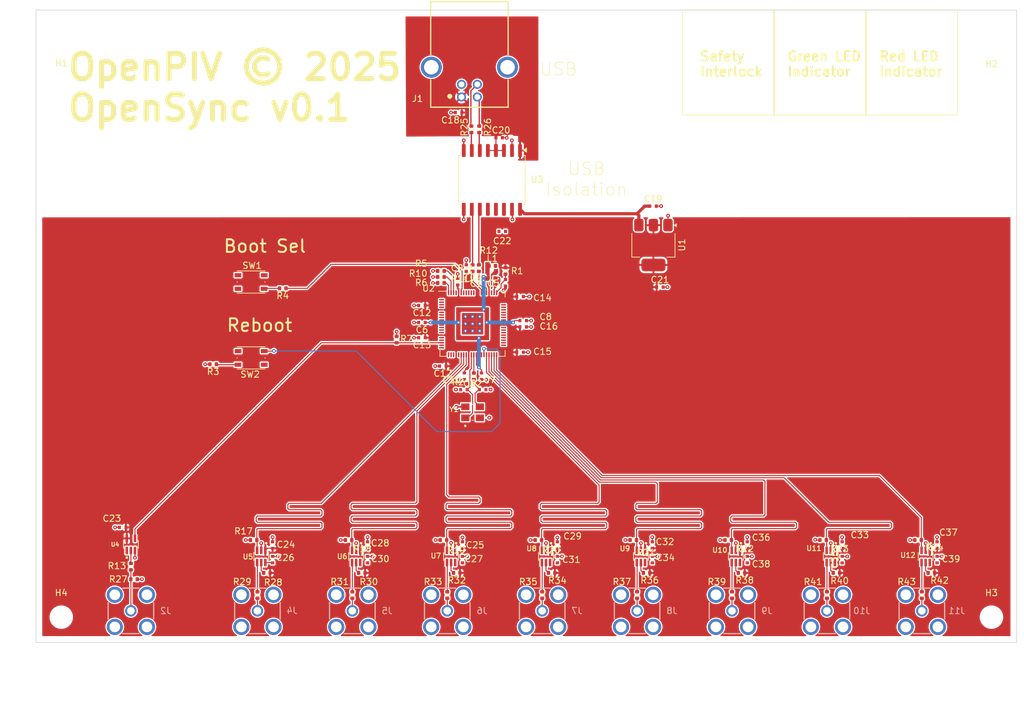
<source format=kicad_pcb>
(kicad_pcb (version 20241229) (generator "pcbnew") (generator_version "9.0")
  (title_block (title "OpenSync PCB") (date "2025-11-11") (rev "0.1") (company "OpenPIV Consortium"))
  (layers (0 "F.Cu" signal) (4 "In1.Cu" power) (6 "In2.Cu" power) (2 "B.Cu" signal) (13 "F.Paste" user) (15 "B.Paste" user) (5 "F.SilkS" user "F.Silkscreen") (7 "B.SilkS" user "B.Silkscreen") (1 "F.Mask" user) (3 "B.Mask" user) (25 "Edge.Cuts" user))
  (net 0 "")
  (net 1 "+3V3")
  (net 2 "GND")
  (net 3 "Net-(C2-Pad1)")
  (net 4 "/Microcontroller and Ext. Clock/XIN")
  (net 5 "Net-(C3-Pad2)")
  (net 6 "+1V1")
  (net 7 "Net-(U2-VREG_AVDD)")
  (net 8 "GND_BUS")
  (net 9 "VBUS")
  (net 10 "+5V")
  (net 11 "Net-(U3-PDEN)")
  (net 12 "Net-(U3-PIN)")
  (net 13 "Net-(J1-D-)")
  (net 14 "Net-(J1-D+)")
  (net 15 "Net-(J2-Pad1)")
  (net 16 "Net-(J5-Pad1)")
  (net 17 "Net-(J6-Pad1)")
  (net 18 "Net-(J7-Pad1)")
  (net 19 "Net-(J8-Pad1)")
  (net 20 "Net-(J9-Pad1)")
  (net 21 "Net-(J10-Pad1)")
  (net 22 "Net-(J4-Pad1)")
  (net 23 "Net-(U5-DIR)")
  (net 24 "Net-(U5-B)")
  (net 25 "Net-(U7-DIR)")
  (net 26 "Net-(U7-B)")
  (net 27 "Net-(U6-DIR)")
  (net 28 "Net-(U2-VREG_LX)")
  (net 29 "/Microcontroller and Ext. Clock/XOUT")
  (net 30 "Net-(R3-Pad1)")
  (net 31 "Net-(R4-Pad2)")
  (net 32 "/Microcontroller and Ext. Clock/QSPL_SS")
  (net 33 "/Microcontroller and Ext. Clock/CLOCK_1")
  (net 34 "/Microcontroller and Ext. Clock/CLOCK_3")
  (net 35 "/Microcontroller and Ext. Clock/TRIGGER_1")
  (net 37 "/Microcontroller and Ext. Clock/CLOCK_2")
  (net 38 "Net-(U2-USB_DP)")
  (net 39 "Net-(U2-USB_DM)")
  (net 40 "/Microcontroller and Ext. Clock/OUTPUT_1")
  (net 41 "/Microcontroller and Ext. Clock/OUTPUT_2")
  (net 42 "/Microcontroller and Ext. Clock/OUTPUT_3")
  (net 43 "/Microcontroller and Ext. Clock/OUTPUT_4")
  (net 44 "/Microcontroller and Ext. Clock/OUTPUT_5")
  (net 45 "/Microcontroller and Ext. Clock/OUTPUT_6")
  (net 46 "/Microcontroller and Ext. Clock/OUTPUT_7")
  (net 47 "/Microcontroller and Ext. Clock/OUTPUT_8")
  (net 48 "Net-(U6-B)")
  (net 52 "Net-(U3-UD+)")
  (net 53 "Net-(U3-UD-)")
  (net 54 "Net-(U4-A)")
  (net 55 "/Microcontroller and Ext. Clock/RUN")
  (net 90 "/Power and Data/USB_D+")
  (net 91 "/Power and Data/USB_D-")
  (net 92 "Net-(U10-B)")
  (net 93 "Net-(U8-B)")
  (net 94 "Net-(U9-B)")
  (net 95 "Net-(U10-DIR)")
  (net 96 "Net-(U8-DIR)")
  (net 97 "Net-(U9-DIR)")
  (net 98 "Net-(U11-DIR)")
  (net 101 "Net-(U11-B)")
  (net 102 "Net-(J11-Pad1)")
  (net 103 "Net-(U12-DIR)")
  (net 104 "Net-(U12-B)")
  (net 105 "/VREG_LX")
  (footprint "Resistor_SMD:R_0402_1005Metric" (layer "F.Cu") (at 203.5 134 180)
    (property "Reference" "R42")
    (property "Value" "47k")
  )
  (footprint "Resistor_SMD:R_0402_1005Metric" (layer "F.Cu") (at 128.5 134 180)
    (property "Reference" "R32")
    (property "Value" "47k")
  )
  (footprint "RP2350_80QFN_minimal:C_0402_1005Metric_small_pads" (layer "F.Cu") (at 159.4 129.6 90)
    (property "Reference" "C32")
    (property "Value" "100n")
  )
  (footprint "Resistor_SMD:R_0402_1005Metric" (layer "F.Cu") (at 96.4 128.8 180)
    (property "Reference" "R17")
    (property "Value" "10k")
  )
  (footprint "RP2350_80QFN_minimal:C_0402_1005Metric_small_pads" (layer "F.Cu") (at 75.7 126.8 180)
    (property "Reference" "C23")
    (property "Value" "100n")
  )
  (footprint "RP2350_80QFN_minimal:C_0402_1005Metric_small_pads" (layer "F.Cu") (at 135.685 80)
    (property "Reference" "C22")
    (property "Value" "100n")
  )
  (footprint "Resistor_SMD:R_0402_1005Metric" (layer "F.Cu") (at 113.5 134 180)
    (property "Reference" "R30")
    (property "Value" "47k")
  )
  (footprint "Resistor_SMD:R_0402_1005Metric" (layer "F.Cu") (at 187 137.5 -90)
    (property "Reference" "R41")
    (property "Value" "49.9")
  )
  (footprint "Resistor_SMD:R_0402_1005Metric" (layer "F.Cu") (at 201.4 128.8 180)
    (property "Reference" "R24")
    (property "Value" "10k")
  )
  (footprint "RP2350_80QFN_minimal:C_0402_1005Metric_small_pads" (layer "F.Cu") (at 136.2 88.115 -90)
    (property "Reference" "C5")
    (property "Value" "4.7u")
  )
  (footprint "Resistor_SMD:R_0402_1005Metric" (layer "F.Cu") (at 186.4 128.8 180)
    (property "Reference" "R23")
    (property "Value" "10k")
  )
  (footprint "Resistor_SMD:R_0402_1005Metric" (layer "F.Cu") (at 111.4 128.8 180)
    (property "Reference" "R18")
    (property "Value" "10k")
  )
  (footprint "RP2350_80QFN_minimal:C_0402_1005Metric_small_pads" (layer "F.Cu") (at 134 87.35)
    (property "Reference" "C4")
    (property "Value" "4.7u")
  )
  (footprint "Resistor_SMD:R_0402_1005Metric" (layer "F.Cu") (at 132.055 63.85 -90)
    (property "Reference" "R26")
    (property "Value" "27")
  )
  (footprint "RP2350_80QFN_minimal:C_0402_1005Metric_small_pads" (layer "F.Cu") (at 132.595 105.02 180)
    (property "Reference" "C3")
    (property "Value" "C")
  )
  (footprint "SN74LVC1T45DCKR:SOT65P210X110-6N" (layer "F.Cu") (at 112.6 131.4 -90)
    (property "Reference" "U6")
    (property "Value" "SN74LVC1T45DCKR")
  )
  (footprint "RP2350_80QFN_minimal:C_0402_1005Metric_small_pads" (layer "F.Cu") (at 128.785 61.2 180)
    (property "Reference" "C18")
    (property "Value" "10u")
  )
  (footprint "Resistor_SMD:R_0402_1005Metric" (layer "F.Cu") (at 158.5 134 180)
    (property "Reference" "R36")
    (property "Value" "47k")
  )
  (footprint "RP2350_80QFN_minimal:C_0402_1005Metric_small_pads" (layer "F.Cu") (at 129.7 102.9 -90)
    (property "Reference" "C10")
    (property "Value" "100n")
  )
  (footprint "RP2350_80QFN_minimal:C_0402_1005Metric_small_pads" (layer "F.Cu") (at 129.625 105.02)
    (property "Reference" "C2")
    (property "Value" "C")
  )
  (footprint "RP2350_80QFN_minimal:C_0402_1005Metric_small_pads" (layer "F.Cu") (at 144.4 129.6 90)
    (property "Reference" "C29")
    (property "Value" "100n")
  )
  (footprint "Resistor_SMD:R_0402_1005Metric" (layer "F.Cu") (at 134.11 85.45)
    (property "Reference" "L1")
    (property "Value" "3.3u")
  )
  (footprint "Resistor_SMD:R_0402_1005Metric" (layer "F.Cu") (at 98.5 134 180)
    (property "Reference" "R28")
    (property "Value" "47k")
  )
  (footprint "SN74LVC1T45DCKR:SOT65P210X110-6N" (layer "F.Cu") (at 172.6 131.4 -90)
    (property "Reference" "U10")
    (property "Value" "SN74LVC1T45DCKR")
  )
  (footprint "MountingHole:MountingHole_3.2mm_M3_ISO7380" (layer "F.Cu") (at 66 141)
    (property "Reference" "H4")
    (property "Value" "MountingHole")
  )
  (footprint "SN74LVC1T45DCKR:SOT65P210X110-6N" (layer "F.Cu") (at 142.6 131.4 -90)
    (property "Reference" "U8")
    (property "Value" "SN74LVC1T45DCKR")
  )
  (footprint "Resistor_SMD:R_0402_1005Metric" (layer "F.Cu") (at 126 87.2)
    (property "Reference" "R10")
    (property "Value" "10k")
  )
  (footprint "RP2350_80QFN_minimal:C_0402_1005Metric_small_pads" (layer "F.Cu") (at 159.515 76)
    (property "Reference" "C19")
    (property "Value" "10u")
  )
  (footprint "Resistor_SMD:R_0402_1005Metric" (layer "F.Cu") (at 126 88.15)
    (property "Reference" "R6")
    (property "Value" "10k")
  )
  (footprint "Resistor_SMD:R_0402_1005Metric" (layer "F.Cu") (at 132 85.8 -90)
    (property "Reference" "R12")
    (property "Value" "27")
  )
  (footprint "Resistor_SMD:R_0402_1005Metric" (layer "F.Cu") (at 143.5 134 180)
    (property "Reference" "R34")
    (property "Value" "47k")
  )
  (footprint "RP2350_80QFN_minimal:C_0402_1005Metric_small_pads" (layer "F.Cu") (at 123 94.4 180)
    (property "Reference" "C6")
    (property "Value" "100n")
  )
  (footprint "Button_Switch_SMD:SW_Push_1P1T_NO_Vertical_Wuerth_434133025816" (layer "F.Cu") (at 96 100 180)
    (property "Reference" "SW2")
    (property "Value" "SW_Push")
  )
  (footprint "RP2350_80QFN_minimal:C_0402_1005Metric_small_pads" (layer "F.Cu") (at 134 88.3)
    (property "Reference" "C1")
    (property "Value" "4.7u")
  )
  (footprint "Resistor_SMD:R_0402_1005Metric" (layer "F.Cu") (at 126.4 128.8 180)
    (property "Reference" "R19")
    (property "Value" "10k")
  )
  (footprint "Resistor_SMD:R_0402_1005Metric" (layer "F.Cu") (at 173.5 134 180)
    (property "Reference" "R38")
    (property "Value" "47k")
  )
  (footprint "Resistor_SMD:R_0402_1005Metric" (layer "F.Cu") (at 142 137.5 -90)
    (property "Reference" "R35")
    (property "Value" "49.9")
  )
  (footprint "Resistor_SMD:R_0402_1005Metric" (layer "F.Cu") (at 90 101 180)
    (property "Reference" "R3")
    (property "Value" "1k")
  )
  (footprint "RP2350_80QFN_minimal:C_0402_1005Metric_small_pads" (layer "F.Cu") (at 139 95.1)
    (property "Reference" "C16")
    (property "Value" "100n")
  )
  (footprint "RP2350_80QFN_minimal:C_0402_1005Metric_small_pads" (layer "F.Cu") (at 189.4 129.6 90)
    (property "Reference" "C33")
    (property "Value" "100n")
  )
  (footprint "Resistor_SMD:R_0402_1005Metric" (layer "F.Cu") (at 157 137.5 -90)
    (property "Reference" "R37")
    (property "Value" "49.9")
  )
  (footprint "Resistor_SMD:R_0402_1005Metric" (layer "F.Cu") (at 131 85.8 -90)
    (property "Reference" "R11")
    (property "Value" "27")
  )
  (footprint "Resistor_SMD:R_0402_1005Metric" (layer "F.Cu") (at 97 137.5 -90)
    (property "Reference" "R29")
    (property "Value" "49.9")
  )
  (footprint "Resistor_SMD:R_0402_1005Metric" (layer "F.Cu") (at 112 137.5 -90)
    (property "Reference" "R31")
    (property "Value" "49.9")
  )
  (footprint "Resistor_SMD:R_0402_1005Metric" (layer "F.Cu") (at 127 137.5 -90)
    (property "Reference" "R33")
    (property "Value" "49.9")
  )
  (footprint "RP2350_80QFN_minimal:C_0402_1005Metric_small_pads" (layer "F.Cu") (at 204.4 131.9 90)
    (property "Reference" "C39")
    (property "Value" "100n")
  )
  (footprint "Resistor_SMD:R_0402_1005Metric" (layer "F.Cu") (at 101 89 180)
    (property "Reference" "R4")
    (property "Value" "1k")
  )
  (footprint "Resistor_SMD:R_0402_1005Metric" (layer "F.Cu") (at 188.5 134 180)
    (property "Reference" "R40")
    (property "Value" "47k")
  )
  (footprint "Resistor_SMD:R_0402_1005Metric" (layer "F.Cu") (at 77.5 135)
    (property "Reference" "R27")
    (property "Value" "47k")
  )
  (footprint "Resistor_SMD:R_0402_1005Metric" (layer "F.Cu") (at 156.4 128.8 180)
    (property "Reference" "R21")
    (property "Value" "10k")
  )
  (footprint "SN74LVC1T45DCKR:SOT65P210X110-6N" (layer "F.Cu") (at 97.6 131.4 -90)
    (property "Reference" "U5")
    (property "Value" "SN74LVC1T45DCKR")
  )
  (footprint "RP2350_80QFN_minimal:C_0402_1005Metric_small_pads" (layer "F.Cu") (at 129.4 129.6 90)
    (property "Reference" "C25")
    (property "Value" "100n")
  )
  (footprint "SN74LVC1T45DCKR:SOT65P210X110-6N" (layer "F.Cu") (at 127.6 131.4 -90)
    (property "Reference" "U7")
    (property "Value" "SN74LVC1T45DCKR")
  )
  (footprint "61400416121:61400416121" (layer "F.Cu") (at 130.5 52 180)
    (property "Reference" "J1")
    (property "Value" "61400416121")
  )
  (footprint "RP2350_80QFN_minimal:C_0402_1005Metric_small_pads" (layer "F.Cu") (at 123 91.7 180)
    (property "Reference" "C12")
    (property "Value" "100n")
  )
  (footprint "Resistor_SMD:R_0402_1005Metric" (layer "F.Cu") (at 141.4 128.8 180)
    (property "Reference" "R20")
    (property "Value" "10k")
  )
  (footprint "SN74LVC1T45DCKR:SOT65P210X110-6N" (layer "F.Cu") (at 157.6 131.4 -90)
    (property "Reference" "U9")
    (property "Value" "SN74LVC1T45DCKR")
  )
  (footprint "RP2350_80QFN_minimal:C_0402_1005Metric_small_pads" (layer "F.Cu") (at 123 96.8 180)
    (property "Reference" "C13")
    (property "Value" "100n")
  )
  (footprint "SN74LVC1G17DCKR:SOT65P210X110-5N" (layer "F.Cu") (at 77 129.5 90)
    (property "Reference" "U4")
    (property "Value" "SN74LVC1G17DCKR")
  )
  (footprint "RP2350_80QFN_minimal:C_0402_1005Metric_small_pads" (layer "F.Cu") (at 99.4 131.9 90)
    (property "Reference" "C26")
    (property "Value" "100n")
  )
  (footprint "Resistor_SMD:R_0402_1005Metric" (layer "F.Cu") (at 126 86.25)
    (property "Reference" "R5")
    (property "Value" "10k")
  )
  (footprint "SN74LVC1T45DCKR:SOT65P210X110-6N" (layer "F.Cu") (at 202.6 131.4 -90)
    (property "Reference" "U12")
    (property "Value" "SN74LVC1T45DCKR")
  )
  (footprint "Resistor_SMD:R_0402_1005Metric" (layer "F.Cu") (at 136.2 86.25 -90)
    (property "Reference" "R1")
    (property "Value" "33")
  )
  (footprint "RP2350_80QFN_minimal:C_0402_1005Metric_small_pads" (layer "F.Cu") (at 174.4 129.6 90)
    (property "Reference" "C36")
    (property "Value" "100n")
  )
  (footprint "RP2350_80QFN_minimal:C_0402_1005Metric_small_pads" (layer "F.Cu") (at 130 85.8 90)
    (property "Reference" "C9")
    (property "Value" "100n")
  )
  (footprint "RP2350_80QFN_minimal:C_0402_1005Metric_small_pads" (layer "F.Cu") (at 114.4 129.6 90)
    (property "Reference" "C28")
    (property "Value" "100n")
  )
  (footprint "RP2350_80QFN_minimal:C_0402_1005Metric_small_pads" (layer "F.Cu") (at 138.5 99.1)
    (property "Reference" "C15")
    (property "Value" "100n")
  )
  (footprint "MountingHole:MountingHole_3.2mm_M3_ISO7380" (layer "F.Cu") (at 66 49)
    (property "Reference" "H1")
    (property "Value" "MountingHole")
  )
  (footprint "RP2350_80QFN_minimal:C_0402_1005Metric_small_pads" (layer "F.Cu") (at 144.4 131.9 90)
    (property "Reference" "C31")
    (property "Value" "100n")
  )
  (footprint "RP2350_80QFN_minimal:C_0402_1005Metric_small_pads" (layer "F.Cu") (at 129.4 131.9 90)
    (property "Reference" "C27")
    (property "Value" "100n")
  )
  (footprint "SN74LVC1T45DCKR:SOT65P210X110-6N" (layer "F.Cu") (at 187.6 131.4 -90)
    (property "Reference" "U11")
    (property "Value" "SN74LVC1T45DCKR")
  )
  (footprint "Resistor_SMD:R_0402_1005Metric" (layer "F.Cu") (at 202 137.5 -90)
    (property "Reference" "R43")
    (property "Value" "49.9")
  )
  (footprint "RP2350_80QFN_minimal:C_0402_1005Metric_small_pads" (layer "F.Cu") (at 135.2 65.1733 180)
    (property "Reference" "C20")
    (property "Value" "100n")
  )
  (footprint "RP2350_80QFN_minimal:C_0402_1005Metric_small_pads" (layer "F.Cu") (at 139 94.1)
    (property "Reference" "C8")
    (property "Value" "100n")
  )
  (footprint "RP2350_80QFN_minimal:C_0402_1005Metric_small_pads" (layer "F.Cu") (at 159.4 131.9 90)
    (property "Reference" "C34")
    (property "Value" "100n")
  )
  (footprint "RP2350_80QFN_minimal:C_0402_1005Metric_small_pads" (layer "F.Cu") (at 132.4 102.9 -90)
    (property "Reference" "C7")
    (property "Value" "4.7u")
  )
  (footprint "Resistor_SMD:R_0402_1005Metric" (layer "F.Cu") (at 77 133 90)
    (property "Reference" "R13")
    (property "Value" "470")
  )
  (footprint "RP2350_80QFN_minimal:C_0402_1005Metric_small_pads" (layer "F.Cu") (at 189.4 131.9 90)
    (property "Reference" "C35")
    (property "Value" "100n")
  )
  (footprint "MountingHole:MountingHole_3.2mm_M3_ISO7380" (layer "F.Cu") (at 213 141)
    (property "Reference" "H3")
    (property "Value" "MountingHole")
  )
  (footprint "Button_Switch_SMD:SW_Push_1P1T_NO_Vertical_Wuerth_434133025816" (layer "F.Cu") (at 96 88)
    (property "Reference" "SW1")
    (property "Value" "SW_Push")
  )
  (footprint "RP2350_80QFN_minimal:C_0402_1005Metric_small_pads" (layer "F.Cu") (at 174.4 131.9 90)
    (property "Reference" "C38")
    (property "Value" "100n")
  )
  (footprint "Package_SO:SOIC-16W_7.5x10.3mm_P1.27mm" (layer "F.Cu") (at 134.055 71.85 -90)
    (property "Reference" "U3")
    (property "Value" "ADUM4160")
  )
  (footprint "RP2350_80QFN_minimal:C_0402_1005Metric_small_pads" (layer "F.Cu") (at 204.4 129.6 90)
    (property "Reference" "C37")
    (property "Value" "100n")
  )
  (footprint "RP2350_80QFN_minimal:C_0402_1005Metric_small_pads" (layer "F.Cu") (at 128.65 87.95 90)
    (property "Reference" "C11")
    (property "Value" "100n")
  )
  (footprint "RP2350_80QFN_minimal:C_0402_1005Metric_small_pads" (layer "F.Cu") (at 99.4 129.6 90)
    (property "Reference" "C24")
    (property "Value" "100n")
  )
  (footprint "Resistor_SMD:R_0402_1005Metric" (layer "F.Cu") (at 131.2 102.905 90)
    (property "Reference" "R2")
    (property "Value" "1k")
  )
  (footprint "RP2350_80QFN_minimal:RP2350-QFN-80-1EP_10x10_P0.4mm_EP3.4x3.4mm_ThermalVias" (layer "F.Cu") (at 131 94.6)
    (property "Reference" "U2")
    (property "Value" "RP2354_80QFN")
  )
  (footprint "Resistor_SMD:R_0402_1005Metric" (layer "F.Cu") (at 172 137.5 -90)
    (property "Reference" "R39")
    (property "Value" "49.9")
  )
  (footprint "ABM8-272-T3:XTAL_ABM8-272-T3" (layer "F.Cu") (at 131 108.6 90)
    (property "Reference" "Y1")
    (property "Value" "ABM8-272-T3")
  )
  (footprint "RP2350_80QFN_minimal:C_0402_1005Metric_small_pads" (layer "F.Cu") (at 126.3 101.3 180)
    (property "Reference" "C17")
    (property "Value" "100n")
  )
  (footprint "RP2350_80QFN_minimal:C_0402_1005Metric_small_pads" (layer "F.Cu") (at 114.4 131.9 90)
    (property "Reference" "C30")
    (property "Value" "100n")
  )
  (footprint "Package_TO_SOT_SMD:SOT-223-3_TabPin2" (layer "F.Cu") (at 159.5775 82.15 -90)
    (property "Reference" "U1")
    (property "Value" "NCP1117-3.3_SOT223")
  )
  (footprint "RP2350_80QFN_minimal:C_0402_1005Metric_small_pads" (layer "F.Cu") (at 138.5 90.3)
    (property "Reference" "C14")
    (property "Value" "100n")
  )
  (footprint "Resistor_SMD:R_0402_1005Metric" (layer "F.Cu") (at 171.4 128.8 180)
    (property "Reference" "R22")
    (property "Value" "10k")
  )
  (footprint "RP2350_80QFN_minimal:C_0402_1005Metric_small_pads" (layer "F.Cu") (at 160.6025 88.8)
    (property "Reference" "C21")
    (property "Value" "10u")
  )
  (footprint "MountingHole:MountingHole_3.2mm_M3_ISO7380" (layer "F.Cu") (at 213 49)
    (property "Reference" "H2")
    (property "Value" "MountingHole")
  )
  (footprint "Resistor_SMD:R_0402_1005Metric" (layer "F.Cu") (at 119 97.1 90)
    (property "Reference" "R7")
    (property "Value" "10k")
  )
  (footprint "Resistor_SMD:R_0402_1005Metric" (layer "F.Cu") (at 130.805 63.85 -90)
    (property "Reference" "R25")
    (property "Value" "27")
  )
  (footprint "61611042121502:61611042121502" (layer "B.Cu") (at 127 140 180)
    (property "Reference" "J6")
    (property "Value" "61611042121502")
  )
  (footprint "61611042121502:61611042121502" (layer "B.Cu") (at 187 140 180)
    (property "Reference" "J10")
    (property "Value" "61611042121502")
  )
  (footprint "61611042121502:61611042121502" (layer "B.Cu") (at 172 140 180)
    (property "Reference" "J9")
    (property "Value" "61611042121502")
  )
  (footprint "61611042121502:61611042121502" (layer "B.Cu") (at 97 140 180)
    (property "Reference" "J4")
    (property "Value" "61611042121502")
  )
  (footprint "61611042121502:61611042121502" (layer "B.Cu") (at 157 140 180)
    (property "Reference" "J8")
    (property "Value" "61611042121502")
  )
  (footprint "61611042121502:61611042121502" (layer "B.Cu") (at 202 140 180)
    (property "Reference" "J11")
    (property "Value" "61611042121502")
  )
  (footprint "61611042121502:61611042121502" (layer "B.Cu") (at 77 140 180)
    (property "Reference" "J2")
    (property "Value" "61611042121502")
  )
  (footprint "61611042121502:61611042121502" (layer "B.Cu") (at 142 140 180)
    (property "Reference" "J7")
    (property "Value" "61611042121502")
  )
  (footprint "61611042121502:61611042121502" (layer "B.Cu") (at 112 140 180)
    (property "Reference" "J5")
    (property "Value" "61611042121502")
  )
  (gr_rect (start 164.2 45) (end 178.6 61.6) (stroke (width 0.1)) (fill no) (layer "F.SilkS"))
  (gr_rect (start 178.7 45) (end 193.1 61.6) (stroke (width 0.1)) (fill no) (layer "F.SilkS"))
  (gr_rect (start 193.2 45) (end 207.6 61.6) (stroke (width 0.1)) (fill no) (layer "F.SilkS"))
  (gr_rect (start 62 45) (end 217 145) (stroke (width 0.1)) (fill no) (layer "Edge.Cuts"))
  (gr_text "Green LED\nIndicator" (at 180.6 55.6 0) (layer "F.SilkS") (effects (font (size 1.5 1.5) (thickness 0.3) (bold yes)) (justify left bottom)))
  (gr_text "OpenPIV © 2025\nOpenSync v0.1" (at 66.7 62.8 0) (layer "F.SilkS") (effects (font (size 4 4) (thickness 0.8) (bold yes)) (justify left bottom)))
  (gr_text "Boot Sel" (at 91.5 83.5 0) (layer "F.SilkS") (effects (font (size 2 2) (thickness 0.3) (bold yes)) (justify left bottom)))
  (gr_text "USB\nIsolation" (at 149 74.5 0) (layer "F.SilkS") (effects (font (size 2 2) (thickness 0.1)) (justify bottom)))
  (gr_text "Red LED\nIndicator" (at 195.1 55.6 0) (layer "F.SilkS") (effects (font (size 1.5 1.5) (thickness 0.3) (bold yes)) (justify left bottom)))
  (gr_text "Reboot" (at 92 96 0) (layer "F.SilkS") (effects (font (size 2 2) (thickness 0.3) (bold yes)) (justify left bottom)))
  (gr_text "Safety\nInterlock" (at 166.8 55.6 0) (layer "F.SilkS") (effects (font (size 1.5 1.5) (thickness 0.3) (bold yes)) (justify left bottom)))
  (gr_text "USB" (at 141.5 55.5 0) (layer "F.SilkS") (effects (font (size 2 2) (thickness 0.1)) (justify left bottom)))
  (segment (start 124.9 96.4) (end 126.1035 96.4) (width 0.1565) (layer "F.Cu") (net 1))
  (segment (start 128.65 88.465) (end 128.65 89.058516) (width 0.1565) (layer "F.Cu") (net 1))
  (segment (start 98.25 130.44) (end 98.59 130.1) (width 0.1565) (layer "F.Cu") (net 1))
  (segment (start 136.391484 94.8) (end 135.8965 94.8) (width 0.1565) (layer "F.Cu") (net 1))
  (segment (start 76.35 128.54) (end 76.35 126.935) (width 0.1565) (layer "F.Cu") (net 1))
  (segment (start 126.815 101.3) (end 127.6 101.3) (width 0.1565) (layer "F.Cu") (net 1))
  (segment (start 137.985 99.1) (end 137.3 99.1) (width 0.1565) (layer "F.Cu") (net 1))
  (segment (start 128.4 100.5) (end 128.4 99.4965) (width 0.1565) (layer "F.Cu") (net 1))
  (segment (start 136.691484 95.1) (end 136.391484 94.8) (width 0.1565) (layer "F.Cu") (net 1))
  (segment (start 130 87.3) (end 131.989 89.289) (width 0.1565) (layer "F.Cu") (net 1))
  (segment (start 124.15 91.7) (end 124.85 92.4) (width 0.1565) (layer "F.Cu") (net 1))
  (segment (start 129.7 102.1) (end 130.4 101.4) (width 0.1565) (layer "F.Cu") (net 1))
  (segment (start 131.611 88.911) (end 131.611 89.7035) (width 0.1565) (layer "F.Cu") (net 1))
  (segment (start 128.65 89.058516) (end 128.8 89.208516) (width 0.1565) (layer "F.Cu") (net 1))
  (segment (start 130 87) (end 130 87.161) (width 0.1565) (layer "F.Cu") (net 1))
  (segment (start 123.515 91.7) (end 124.15 91.7) (width 0.1565) (layer "F.Cu") (net 1))
  (segment (start 137.3 99.1) (end 136.6 98.4) (width 0.1565) (layer "F.Cu") (net 1))
  (segment (start 131.989 89.289) (end 131.989 89.6925) (width 0.1565) (layer "F.Cu") (net 1))
  (segment (start 136.6 98.4) (end 135.8965 98.4) (width 0.1565) (layer "F.Cu") (net 1))
  (segment (start 136.711 91.189) (end 135.8965 91.189) (width 0.1565) (layer "F.Cu") (net 1))
  (segment (start 138.485 95.1) (end 136.691484 95.1) (width 0.1565) (layer "F.Cu") (net 1))
  (segment (start 130 87.161) (end 130 87.3) (width 0.1565) (layer "F.Cu") (net 1))
  (segment (start 128.8 89.208516) (end 128.8 89.7035) (width 0.1565) (layer "F.Cu") (net 1))
  (segment (start 137.6 90.3) (end 136.711 91.189) (width 0.1565) (layer "F.Cu") (net 1))
  (segment (start 124.5 96.8) (end 124.9 96.4) (width 0.1565) (layer "F.Cu") (net 1))
  (segment (start 76.35 126.935) (end 76.215 126.8) (width 0.1565) (layer "F.Cu") (net 1))
  (segment (start 137.985 90.3) (end 137.6 90.3) (width 0.1565) (layer "F.Cu") (net 1))
  (segment (start 98.59 130.1) (end 99.385 130.1) (width 0.1565) (layer "F.Cu") (net 1))
  (segment (start 123.515 96.8) (end 124.5 96.8) (width 0.1565) (layer "F.Cu") (net 1))
  (segment (start 127.6 101.3) (end 128.4 100.5) (width 0.1565) (layer "F.Cu") (net 1))
  (segment (start 130 86.315) (end 130 87) (width 0.1565) (layer "F.Cu") (net 1))
  (segment (start 99.385 130.1) (end 99.4 130.115) (width 0.1565) (layer "F.Cu") (net 1))
  (segment (start 129.7 102.385) (end 129.7 102.1) (width 0.1565) (layer "F.Cu") (net 1))
  (segment (start 124.85 92.4) (end 126.1035 92.4) (width 0.1565) (layer "F.Cu") (net 1))
  (segment (start 130.4 101.4) (end 130.4 99.4965) (width 0.1565) (layer "F.Cu") (net 1))
  (segment (start 128.65 87.435) (end 128.65 86.7) (width 0.1565) (layer "F.Cu") (net 2))
  (segment (start 187.6 130.44) (end 187.6 129.3) (width 0.1565) (layer "F.Cu") (net 2))
  (segment (start 112.6 130.44) (end 112.6 129.3) (width 0.1565) (layer "F.Cu") (net 2))
  (segment (start 159.4 129.085) (end 159.4 128.35) (width 0.1565) (layer "F.Cu") (net 2))
  (segment (start 144.4 129.085) (end 144.4 128.4) (width 0.1565) (layer "F.Cu") (net 2))
  (segment (start 99.4 131.385) (end 100.185 131.385) (width 0.1565) (layer "F.Cu") (net 2))
  (segment (start 129.4 129.085) (end 129.4 128.4) (width 0.1565) (layer "F.Cu") (net 2))
  (segment (start 174.4 131.385) (end 175.135 131.385) (width 0.1565) (layer "F.Cu") (net 2))
  (segment (start 189.4 129.085) (end 189.4 128.35) (width 0.1565) (layer "F.Cu") (net 2))
  (segment (start 110.89 128.8) (end 110.15 128.8) (width 0.1565) (layer "F.Cu") (net 2))
  (segment (start 157.6 130.44) (end 157.6 129.3) (width 0.1565) (layer "F.Cu") (net 2))
  (segment (start 139.015 90.3) (end 139.95 90.3) (width 0.1565) (layer "F.Cu") (net 2))
  (segment (start 125.89 128.8) (end 125.15 128.8) (width 0.1565) (layer "F.Cu") (net 2))
  (segment (start 200.89 128.8) (end 200.15 128.8) (width 0.1565) (layer "F.Cu") (net 2))
  (segment (start 139.515 95.1) (end 140.25 95.1) (width 0.1565) (layer "F.Cu") (net 2))
  (segment (start 185.2 128.8) (end 185.15 128.75) (width 0.1565) (layer "F.Cu") (net 2))
  (segment (start 77.65 130.46) (end 77.65 131.6) (width 0.1565) (layer "F.Cu") (net 2))
  (segment (start 100.185 131.385) (end 100.2 131.4) (width 0.1565) (layer "F.Cu") (net 2))
  (segment (start 140.89 128.8) (end 140.15 128.8) (width 0.1565) (layer "F.Cu") (net 2))
  (segment (start 122.485 91.7) (end 121.75 91.7) (width 0.1565) (layer "F.Cu") (net 2))
  (segment (start 130.135 131.385) (end 130.15 131.4) (width 0.1565) (layer "F.Cu") (net 2))
  (segment (start 115.185 131.385) (end 115.2 131.4) (width 0.1565) (layer "F.Cu") (net 2))
  (segment (start 159.4 131.385) (end 160.185 131.385) (width 0.1565) (layer "F.Cu") (net 2))
  (segment (start 137.3 78.1) (end 137.3 76.57) (width 0.2) (layer "F.Cu") (net 2))
  (segment (start 204.4 131.385) (end 205.135 131.385) (width 0.1565) (layer "F.Cu") (net 2))
  (segment (start 129.7 103.415) (end 128.985 103.415) (width 0.1565) (layer "F.Cu") (net 2))
  (segment (start 130 85.285) (end 130 84.6) (width 0.1565) (layer "F.Cu") (net 2))
  (segment (start 189.4 131.385) (end 190.185 131.385) (width 0.1565) (layer "F.Cu") (net 2))
  (segment (start 125.49 86.25) (end 124.75 86.25) (width 0.1565) (layer "F.Cu") (net 2))
  (segment (start 190.185 131.385) (end 190.2 131.4) (width 0.1565) (layer "F.Cu") (net 2))
  (segment (start 136.2 88.63) (end 136.2 89) (width 0.4) (layer "F.Cu") (net 2))
  (segment (start 204.4 129.085) (end 204.4 128.35) (width 0.1565) (layer "F.Cu") (net 2))
  (segment (start 205.135 131.385) (end 205.15 131.4) (width 0.1565) (layer "F.Cu") (net 2))
  (segment (start 129.6 78.1) (end 129.6 76.51) (width 0.2) (layer "F.Cu") (net 2))
  (segment (start 114.4 129.085) (end 114.4 128.35) (width 0.1565) (layer "F.Cu") (net 2))
  (segment (start 121.75 94.4) (end 122.485 94.4) (width 0.1565) (layer "F.Cu") (net 2))
  (segment (start 136.2 89) (end 135.9 89.3) (width 0.4) (layer "F.Cu") (net 2))
  (segment (start 160.185 131.385) (end 160.2 131.4) (width 0.1565) (layer "F.Cu") (net 2))
  (segment (start 127.6 130.44) (end 127.6 129.25) (width 0.1565) (layer "F.Cu") (net 2))
  (segment (start 170.89 128.8) (end 170.15 128.8) (width 0.1565) (layer "F.Cu") (net 2))
  (segment (start 89.49 101) (end 88.75 101) (width 0.1565) (layer "F.Cu") (net 2))
  (segment (start 119 96.59) (end 119 95.85) (width 0.1565) (layer "F.Cu") (net 2))
  (segment (start 172.6 130.44) (end 172.6 129.3) (width 0.1565) (layer "F.Cu") (net 2))
  (segment (start 161.8775 79) (end 161.8775 77.5225) (width 0.1565) (layer "F.Cu") (net 2))
  (segment (start 132.4 103.415) (end 133.115 103.415) (width 0.1565) (layer "F.Cu") (net 2))
  (segment (start 137.3 76.57) (end 137.23 76.5) (width 0.2) (layer "F.Cu") (net 2))
  (segment (start 128.985 103.415) (end 128.95 103.45) (width 0.1565) (layer "F.Cu") (net 2))
  (segment (start 139.015 99.1) (end 139.75 99.1) (width 0.1565) (layer "F.Cu") (net 2))
  (segment (start 122.485 96.8) (end 121.75 96.8) (width 0.1565) (layer "F.Cu") (net 2))
  (segment (start 144.4 131.385) (end 145.135 131.385) (width 0.1565) (layer "F.Cu") (net 2))
  (segment (start 125.785 101.3) (end 125.1 101.3) (width 0.1565) (layer "F.Cu") (net 2))
  (segment (start 145.135 131.385) (end 145.15 131.4) (width 0.1565) (layer "F.Cu") (net 2))
  (segment (start 133.115 103.415) (end 133.15 103.45) (width 0.1565) (layer "F.Cu") (net 2))
  (segment (start 95.89 128.8) (end 95.15 128.8) (width 0.1565) (layer "F.Cu") (net 2))
  (segment (start 125.49 88.15) (end 124.75 88.15) (width 0.1565) (layer "F.Cu") (net 2))
  (segment (start 129.4 131.385) (end 130.135 131.385) (width 0.1565) (layer "F.Cu") (net 2))
  (segment (start 75.185 126.8) (end 74.5 126.8) (width 0.1565) (layer "F.Cu") (net 2))
  (segment (start 155.89 128.8) (end 155.15 128.8) (width 0.1565) (layer "F.Cu") (net 2))
  (segment (start 97.6 130.44) (end 97.6 129.3) (width 0.1565) (layer "F.Cu") (net 2))
  (segment (start 142.6 130.44) (end 142.6 129.3) (width 0.1565) (layer "F.Cu") (net 2))
  (segment (start 185.89 128.8) (end 185.2 128.8) (width 0.1565) (layer "F.Cu") (net 2))
  (segment (start 174.4 129.085) (end 174.4 128.35) (width 0.1565) (layer "F.Cu") (net 2))
  (segment (start 139.515 94.1) (end 140.25 94.1) (width 0.1565) (layer "F.Cu") (net 2))
  (segment (start 99.4 129.085) (end 99.4 128.35) (width 0.1565) (layer "F.Cu") (net 2))
  (segment (start 160.03 76) (end 160.8 76) (width 0.1565) (layer "F.Cu") (net 2))
  (segment (start 129.6 76.51) (end 129.61 76.5) (width 0.2) (layer "F.Cu") (net 2))
  (segment (start 202.6 130.44) (end 202.6 129.3) (width 0.1565) (layer "F.Cu") (net 2))
  (segment (start 114.4 131.385) (end 115.185 131.385) (width 0.1565) (layer "F.Cu") (net 2))
  (segment (start 78.01 135) (end 78.75 135) (width 0.1565) (layer "F.Cu") (net 2))
  (segment (start 125.49 87.2) (end 124.75 87.2) (width 0.1565) (layer "F.Cu") (net 2))
  (segment (start 175.135 131.385) (end 175.15 131.4) (width 0.1565) (layer "F.Cu") (net 2))
  (segment (start 161.1175 88.8) (end 161.8 88.8) (width 0.1565) (layer "F.Cu") (net 2))
  (segment (start 161.8775 77.5225) (end 161.9 77.5) (width 0.5) (layer "F.Cu") (net 2))
  (via micro (at 100.2 131.4) (size 0.6) (drill 0.25) (layers "F.Cu" "In1.Cu") (net 2))
  (via micro (at 205.15 131.4) (size 0.6) (drill 0.25) (layers "F.Cu" "In1.Cu") (net 2))
  (via micro (at 121.75 91.7) (size 0.6) (drill 0.25) (layers "F.Cu" "In1.Cu") (net 2))
  (via micro (at 185.15 128.75) (size 0.6) (drill 0.25) (layers "F.Cu" "In1.Cu") (net 2))
  (via micro (at 145.15 131.4) (size 0.6) (drill 0.25) (layers "F.Cu" "In1.Cu") (net 2))
  (via micro (at 128.95 103.45) (size 0.6) (drill 0.25) (layers "F.Cu" "In1.Cu") (net 2))
  (via micro (at 142.6 129.3) (size 0.6) (drill 0.25) (layers "F.Cu" "In1.Cu") (net 2))
  (via micro (at 135.9 89.3) (size 0.6) (drill 0.25) (layers "F.Cu" "In1.Cu") (net 2))
  (via micro (at 174.4 128.35) (size 0.6) (drill 0.25) (layers "F.Cu" "In1.Cu") (net 2))
  (via micro (at 114.4 128.35) (size 0.6) (drill 0.25) (layers "F.Cu" "In1.Cu") (net 2))
  (via micro (at 204.4 128.35) (size 0.6) (drill 0.25) (layers "F.Cu" "In1.Cu") (net 2))
  (via micro (at 161.9 77.5) (size 0.6) (drill 0.25) (layers "F.Cu" "In1.Cu") (net 2))
  (via micro (at 128.35 105) (size 0.6) (drill 0.25) (layers "F.Cu" "In1.Cu") (net 2))
  (via micro (at 129.6 78.1) (size 0.6) (drill 0.25) (layers "F.Cu" "In1.Cu") (net 2))
  (via micro (at 189.4 128.35) (size 0.6) (drill 0.25) (layers "F.Cu" "In1.Cu") (net 2))
  (via micro (at 115.2 131.4) (size 0.6) (drill 0.25) (layers "F.Cu" "In1.Cu") (net 2))
  (via micro (at 128.45 107.75) (size 0.6) (drill 0.25) (layers "F.Cu" "In1.Cu") (net 2))
  (via micro (at 124.75 87.2) (size 0.6) (drill 0.25) (layers "F.Cu" "In1.Cu") (net 2))
  (via micro (at 139.75 99.1) (size 0.6) (drill 0.25) (layers "F.Cu" "In1.Cu") (net 2))
  (via micro (at 190.2 131.4) (size 0.6) (drill 0.25) (layers "F.Cu" "In1.Cu") (net 2))
  (via micro (at 77.65 131.6) (size 0.6) (drill 0.25) (layers "F.Cu" "In1.Cu") (net 2))
  (via micro (at 139.95 90.3) (size 0.6) (drill 0.25) (layers "F.Cu" "In1.Cu") (net 2))
  (via micro (at 159.4 128.35) (size 0.6) (drill 0.25) (layers "F.Cu" "In1.Cu") (net 2))
  (via micro (at 99.4 128.35) (size 0.6) (drill 0.25) (layers "F.Cu" "In1.Cu") (net 2))
  (via micro (at 130 84.55) (size 0.6) (drill 0.25) (layers "F.Cu" "In1.Cu") (net 2))
  (via micro (at 157.6 129.3) (size 0.6) (drill 0.25) (layers "F.Cu" "In1.Cu") (net 2))
  (via micro (at 160.8 76) (size 0.6) (drill 0.25) (layers "F.Cu" "In1.Cu") (net 2))
  (via micro (at 121.75 94.4) (size 0.6) (drill 0.25) (layers "F.Cu" "In1.Cu") (net 2))
  (via micro (at 200.15 128.8) (size 0.6) (drill 0.25) (layers "F.Cu" "In1.Cu") (net 2))
  (via micro (at 135.05 88.05) (size 0.6) (drill 0.25) (layers "F.Cu" "In1.Cu") (net 2))
  (via micro (at 112.6 129.3) (size 0.6) (drill 0.25) (layers "F.Cu" "In1.Cu") (net 2))
  (via micro (at 133.15 103.45) (size 0.6) (drill 0.25) (layers "F.Cu" "In1.Cu") (net 2))
  (via micro (at 133.85 105) (size 0.6) (drill 0.25) (layers "F.Cu" "In1.Cu") (net 2))
  (via micro (at 155.15 128.8) (size 0.6) (drill 0.25) (layers "F.Cu" "In1.Cu") (net 2))
  (via micro (at 125.1 101.3) (size 0.6) (drill 0.25) (layers "F.Cu" "In1.Cu") (net 2))
  (via micro (at 135.05 87.45) (size 0.6) (drill 0.25) (layers "F.Cu" "In1.Cu") (net 2))
  (via micro (at 133.65 109.45) (size 0.6) (drill 0.25) (layers "F.Cu" "In1.Cu") (net 2))
  (via micro (at 170.15 128.8) (size 0.6) (drill 0.25) (layers "F.Cu" "In1.Cu") (net 2))
  (via micro (at 187.6 129.3) (size 0.6) (drill 0.25) (layers "F.Cu" "In1.Cu") (net 2))
  (via micro (at 88.75 101) (size 0.6) (drill 0.25) (layers "F.Cu" "In1.Cu") (net 2))
  (via micro (at 137.3 78.1) (size 0.6) (drill 0.25) (layers "F.Cu" "In1.Cu") (net 2))
  (via micro (at 127.6 129.25) (size 0.6) (drill 0.25) (layers "F.Cu" "In1.Cu") (net 2))
  (via micro (at 172.6 129.3) (size 0.6) (drill 0.25) (layers "F.Cu" "In1.Cu") (net 2))
  (via micro (at 161.8 88.8) (size 0.6) (drill 0.25) (layers "F.Cu" "In1.Cu") (net 2))
  (via micro (at 175.15 131.4) (size 0.6) (drill 0.25) (layers "F.Cu" "In1.Cu") (net 2))
  (via micro (at 140.15 128.8) (size 0.6) (drill 0.25) (layers "F.Cu" "In1.Cu") (net 2))
  (via micro (at 78.75 135) (size 0.6) (drill 0.25) (layers "F.Cu" "In1.Cu") (net 2))
  (via micro (at 121.75 96.8) (size 0.6) (drill 0.25) (layers "F.Cu" "In1.Cu") (net 2))
  (via micro (at 110.15 128.8) (size 0.6) (drill 0.25) (layers "F.Cu" "In1.Cu") (net 2))
  (via micro (at 130.15 131.4) (size 0.6) (drill 0.25) (layers "F.Cu" "In1.Cu") (net 2))
  (via micro (at 95.15 128.8) (size 0.6) (drill 0.25) (layers "F.Cu" "In1.Cu") (net 2))
  (via micro (at 202.6 129.3) (size 0.6) (drill 0.25) (layers "F.Cu" "In1.Cu") (net 2))
  (via micro (at 129.4 128.4) (size 0.6) (drill 0.25) (layers "F.Cu" "In1.Cu") (net 2))
  (via micro (at 119 95.85) (size 0.6) (drill 0.25) (layers "F.Cu" "In1.Cu") (net 2))
  (via micro (at 140.25 94.1) (size 0.6) (drill 0.25) (layers "F.Cu" "In1.Cu") (net 2))
  (via micro (at 160.2 131.4) (size 0.6) (drill 0.25) (layers "F.Cu" "In1.Cu") (net 2))
  (via micro (at 74.5 126.8) (size 0.6) (drill 0.25) (layers "F.Cu" "In1.Cu") (net 2))
  (via micro (at 144.4 128.4) (size 0.6) (drill 0.25) (layers "F.Cu" "In1.Cu") (net 2))
  (via micro (at 128.65 86.7) (size 0.6) (drill 0.25) (layers "F.Cu" "In1.Cu") (net 2))
  (via micro (at 124.75 88.15) (size 0.6) (drill 0.25) (layers "F.Cu" "In1.Cu") (net 2))
  (via micro (at 125.15 128.8) (size 0.6) (drill 0.25) (layers "F.Cu" "In1.Cu") (net 2))
  (via micro (at 140.25 95.1) (size 0.6) (drill 0.25) (layers "F.Cu" "In1.Cu") (net 2))
  (via micro (at 124.75 86.25) (size 0.6) (drill 0.25) (layers "F.Cu" "In1.Cu") (net 2))
  (via micro (at 97.6 129.3) (size 0.6) (drill 0.25) (layers "F.Cu" "In1.Cu") (net 2))
  (segment (start 131 108.7) (end 130.225 109.475) (width 0.1565) (layer "F.Cu") (net 4))
  (segment (start 130.8 101.7) (end 130.8 99.4965) (width 0.1565) (layer "F.Cu") (net 4))
  (segment (start 130.18 105.02) (end 130.6 104.6) (width 0.1565) (layer "F.Cu") (net 4))
  (segment (start 130.225 109.475) (end 129.85 109.475) (width 0.1565) (layer "F.Cu") (net 4))
  (segment (start 131 105.8) (end 131 108.7) (width 0.1565) (layer "F.Cu") (net 4))
  (segment (start 130.22 105.02) (end 131 105.8) (width 0.1565) (layer "F.Cu") (net 4))
  (segment (start 130.579 104.579) (end 130.579 101.921) (width 0.1565) (layer "F.Cu") (net 4))
  (segment (start 130.579 101.921) (end 130.8 101.7) (width 0.1565) (layer "F.Cu") (net 4))
  (segment (start 130.14 105.02) (end 130.22 105.02) (width 0.1565) (layer "F.Cu") (net 4))
  (segment (start 130.6 104.6) (end 130.579 104.579) (width 0.1565) (layer "F.Cu") (net 4))
  (segment (start 130.14 105.02) (end 130.18 105.02) (width 0.1565) (layer "F.Cu") (net 4))
  (segment (start 131.2 104.1) (end 131.2 103.415) (width 0.1565) (layer "F.Cu") (net 5))
  (segment (start 132.08 105.02) (end 132.08 104.98) (width 0.1565) (layer "F.Cu") (net 5))
  (segment (start 131.425 107) (end 132.15 107.725) (width 0.1565) (layer "F.Cu") (net 5))
  (segment (start 131.4 105.6) (end 131.4 107) (width 0.1565) (layer "F.Cu") (net 5))
  (segment (start 131.98 105.02) (end 131.4 105.6) (width 0.1565) (layer "F.Cu") (net 5))
  (segment (start 132.08 104.98) (end 131.2 104.1) (width 0.1565) (layer "F.Cu") (net 5))
  (segment (start 132.08 105.02) (end 131.98 105.02) (width 0.1565) (layer "F.Cu") (net 5))
  (segment (start 131.4 107) (end 131.425 107) (width 0.1565) (layer "F.Cu") (net 5))
  (segment (start 137.65 94.1) (end 137.35 94.4) (width 0.1565) (layer "F.Cu") (net 6))
  (segment (start 138.485 94.1) (end 137.65 94.1) (width 0.1565) (layer "F.Cu") (net 6))
  (segment (start 137.35 94.4) (end 135.8965 94.4) (width 0.1565) (layer "F.Cu") (net 6))
  (segment (start 132.4 101.9) (end 132 101.5) (width 0.1565) (layer "F.Cu") (net 6))
  (segment (start 132.75 88.560836) (end 132.75 87.15) (width 0.1565) (layer "F.Cu") (net 6))
  (segment (start 123.515 94.4) (end 124 94.4) (width 0.1565) (layer "F.Cu") (net 6))
  (segment (start 133.2 89.7035) (end 133.2 89.010836) (width 0.1565) (layer "F.Cu") (net 6))
  (segment (start 131.6 101.1) (end 131.6 99.4965) (width 0.1565) (layer "F.Cu") (net 6))
  (segment (start 133.2 89.010836) (end 132.75 88.560836) (width 0.1565) (layer "F.Cu") (net 6))
  (segment (start 132 101.5) (end 131.6 101.1) (width 0.1565) (layer "F.Cu") (net 6))
  (segment (start 132.4 102.385) (end 132.4 101.9) (width 0.1565) (layer "F.Cu") (net 6))
  (segment (start 124 94.4) (end 124.35 94.4) (width 0.1565) (layer "F.Cu") (net 6))
  (segment (start 124 94.4) (end 126.1035 94.4) (width 0.1565) (layer "F.Cu") (net 6))
  (via (at 132.75 87.75) (size 0.6) (drill 0.25) (layers "F.Cu" "B.Cu") (net 6))
  (via (at 132 101.5) (size 0.6) (drill 0.25) (layers "F.Cu" "B.Cu") (net 6))
  (via (at 133.25 94.4) (size 0.6) (drill 0.25) (layers "F.Cu" "B.Cu") (net 6))
  (via (at 128.75 94.4) (size 0.6) (drill 0.25) (layers "F.Cu" "B.Cu") (net 6))
  (via (at 132.75 92.35) (size 0.6) (drill 0.25) (layers "F.Cu" "B.Cu") (net 6))
  (via (at 124.35 94.4) (size 0.6) (drill 0.25) (layers "F.Cu" "B.Cu") (net 6))
  (via (at 137.4 94.4) (size 0.6) (drill 0.25) (layers "F.Cu" "B.Cu") (net 6))
  (via (at 132 96.85) (size 0.6) (drill 0.25) (layers "F.Cu" "B.Cu") (net 6))
  (via (at 132.75 87.15) (size 0.6) (drill 0.25) (layers "F.Cu" "B.Cu") (net 6))
  (segment (start 128.75 94.4) (end 124.35 94.4) (width 0.6) (layer "B.Cu") (net 6))
  (segment (start 137.4 94.4) (end 133.25 94.4) (width 0.6) (layer "B.Cu") (net 6))
  (segment (start 132.75 87.15) (end 132.75 92.35) (width 0.6) (layer "B.Cu") (net 6))
  (segment (start 132 101.5) (end 132 96.85) (width 0.6) (layer "B.Cu") (net 6))
  (segment (start 136.2 87.6) (end 136.2 86.76) (width 0.1565) (layer "F.Cu") (net 7))
  (segment (start 135.5 88.9) (end 134.811 89.589) (width 0.1565) (layer "F.Cu") (net 7))
  (segment (start 136.2 87.6) (end 135.5 88.3) (width 0.1565) (layer "F.Cu") (net 7))
  (segment (start 135.5 88.3) (end 135.5 88.9) (width 0.1565) (layer "F.Cu") (net 7))
  (segment (start 134.811 89.589) (end 134.811 89.7035) (width 0.1565) (layer "F.Cu") (net 7))
  (segment (start 137.23 67.2) (end 137.23 65.63) (width 0.1565) (layer "F.Cu") (net 8))
  (segment (start 129.6 65.6) (end 129.6 67.19) (width 0.2) (layer "F.Cu") (net 8))
  (segment (start 135.715 65.1733) (end 136.3733 65.1733) (width 0.1565) (layer "F.Cu") (net 8))
  (segment (start 136.3733 65.1733) (end 136.4 65.2) (width 0.5) (layer "F.Cu") (net 8))
  (segment (start 137.23 65.63) (end 137.2 65.6) (width 0.5) (layer "F.Cu") (net 8))
  (segment (start 129.6 67.19) (end 129.61 67.2) (width 0.2) (layer "F.Cu") (net 8))
  (segment (start 128.27 61.2) (end 127.6 61.2) (width 0.2) (layer "F.Cu") (net 8))
  (via micro (at 127.6 61.2) (size 0.6) (drill 0.25) (layers "F.Cu" "In1.Cu") (net 8))
  (via micro (at 137.2 65.6) (size 0.6) (drill 0.25) (layers "F.Cu" "In1.Cu") (net 8))
  (via micro (at 129.6 65.6) (size 0.6) (drill 0.25) (layers "F.Cu" "In1.Cu") (net 8))
  (via micro (at 136.4 65.2) (size 0.6) (drill 0.25) (layers "F.Cu" "In1.Cu") (net 8))
  (segment (start 157.2775 79) (end 157.2775 77.4775) (width 0.5) (layer "F.Cu") (net 10))
  (segment (start 159 76) (end 158.2 76) (width 0.5) (layer "F.Cu") (net 10))
  (segment (start 157 77.2) (end 139.2 77.2) (width 0.5) (layer "F.Cu") (net 10))
  (segment (start 99.345 132.36) (end 99.4 132.415) (width 0.1565) (layer "F.Cu") (net 10))
  (segment (start 139.2 77.2) (end 138.5 76.5) (width 0.5) (layer "F.Cu") (net 10))
  (segment (start 157.2775 77.4775) (end 157 77.2) (width 0.5) (layer "F.Cu") (net 10))
  (segment (start 158.2 76) (end 157 77.2) (width 0.5) (layer "F.Cu") (net 10))
  (segment (start 98.25 132.36) (end 99.345 132.36) (width 0.1565) (layer "F.Cu") (net 10))
  (segment (start 133.42 67.2) (end 135.96 67.2) (width 0.1565) (layer "F.Cu") (net 11))
  (segment (start 134.69 67.2) (end 134.69 65.1783) (width 0.1565) (layer "F.Cu") (net 11))
  (segment (start 134.69 65.1783) (end 134.685 65.1733) (width 0.5) (layer "F.Cu") (net 11))
  (segment (start 131.75 58.74) (end 131.75 58.75) (width 0.2) (layer "F.Cu") (net 13))
  (segment (start 131.75 58.75) (end 132.055 59.055) (width 0.2) (layer "F.Cu") (net 13))
  (segment (start 132.055 59.055) (end 132.055 63.34) (width 0.2) (layer "F.Cu") (net 13))
  (segment (start 130.735 57.755) (end 130.735 63.27) (width 0.2) (layer "F.Cu") (net 14))
  (segment (start 130.735 63.27) (end 130.805 63.34) (width 0.2) (layer "F.Cu") (net 14))
  (segment (start 131.75 56.74) (end 130.735 57.755) (width 0.2) (layer "F.Cu") (net 14))
  (segment (start 77 140) (end 77 133.51) (width 0.1565) (layer "F.Cu") (net 15))
  (segment (start 112 140) (end 112 138.01) (width 0.1565) (layer "F.Cu") (net 16))
  (segment (start 127 140) (end 127 138.01) (width 0.1565) (layer "F.Cu") (net 17))
  (segment (start 142 140) (end 142 138.01) (width 0.1565) (layer "F.Cu") (net 18))
  (segment (start 157 140) (end 157 138.01) (width 0.1565) (layer "F.Cu") (net 19))
  (segment (start 172 140) (end 172 138.01) (width 0.1565) (layer "F.Cu") (net 20))
  (segment (start 187 140) (end 187 138.01) (width 0.1565) (layer "F.Cu") (net 21))
  (segment (start 97 140) (end 97 138.01) (width 0.1565) (layer "F.Cu") (net 22))
  (segment (start 97.6 133.61) (end 97.99 134) (width 0.1565) (layer "F.Cu") (net 23))
  (segment (start 97.6 132.36) (end 97.6 133.61) (width 0.1565) (layer "F.Cu") (net 23))
  (segment (start 97 136.99) (end 97 132.41) (width 0.1565) (layer "F.Cu") (net 24))
  (segment (start 97 132.41) (end 96.95 132.36) (width 0.1565) (layer "F.Cu") (net 24))
  (segment (start 127.6 132.36) (end 127.6 133.61) (width 0.1565) (layer "F.Cu") (net 25))
  (segment (start 127.6 133.61) (end 127.99 134) (width 0.1565) (layer "F.Cu") (net 25))
  (segment (start 127 136.99) (end 127 132.41) (width 0.1565) (layer "F.Cu") (net 26))
  (segment (start 127 132.41) (end 126.95 132.36) (width 0.1565) (layer "F.Cu") (net 26))
  (segment (start 112.6 132.36) (end 112.6 133.61) (width 0.1565) (layer "F.Cu") (net 27))
  (segment (start 112.6 133.61) (end 112.99 134) (width 0.1565) (layer "F.Cu") (net 27))
  (segment (start 131.2 102.395) (end 131.2 99.4965) (width 0.1565) (layer "F.Cu") (net 29))
  (segment (start 93.925 101.075) (end 90.585 101.075) (width 0.1565) (layer "F.Cu") (net 30))
  (segment (start 90.585 101.075) (end 90.51 101) (width 0.1565) (layer "F.Cu") (net 30))
  (segment (start 100.49 89) (end 98.125 89) (width 0.1565) (layer "F.Cu") (net 31))
  (segment (start 98.125 89) (end 98.05 89.075) (width 0.1565) (layer "F.Cu") (net 31))
  (segment (start 128.25 85.2) (end 129.35 86.3) (width 0.1565) (layer "F.Cu") (net 32))
  (segment (start 129.35 86.3) (end 129.35 89.05) (width 0.1565) (layer "F.Cu") (net 32))
  (segment (start 101.51 89) (end 104.85 89) (width 0.1565) (layer "F.Cu") (net 32))
  (segment (start 108.65 85.2) (end 128.25 85.2) (width 0.1565) (layer "F.Cu") (net 32))
  (segment (start 129.2 89.2) (end 129.2 89.7035) (width 0.1565) (layer "F.Cu") (net 32))
  (segment (start 104.85 89) (end 108.65 85.2) (width 0.1565) (layer "F.Cu") (net 32))
  (segment (start 129.35 89.05) (end 129.2 89.2) (width 0.1565) (layer "F.Cu") (net 32))
  (segment (start 128 87.2) (end 128 89.7035) (width 0.1565) (layer "F.Cu") (net 33))
  (segment (start 127.05 86.25) (end 128 87.2) (width 0.1565) (layer "F.Cu") (net 33))
  (segment (start 126.51 86.25) (end 127.05 86.25) (width 0.1565) (layer "F.Cu") (net 33))
  (segment (start 126.51 88.15) (end 126.8 88.15) (width 0.1565) (layer "F.Cu") (net 34))
  (segment (start 126.8 88.15) (end 127.189 88.539) (width 0.1565) (layer "F.Cu") (net 34))
  (segment (start 127.189 88.539) (end 127.189 89.7035) (width 0.1565) (layer "F.Cu") (net 34))
  (segment (start 77.65 127.05) (end 107.09 97.61) (width 0.1565) (layer "F.Cu") (net 35))
  (segment (start 107.09 97.61) (end 119 97.61) (width 0.1565) (layer "F.Cu") (net 35))
  (segment (start 125.598516 97.61) (end 125.608516 97.6) (width 0.1565) (layer "F.Cu") (net 35))
  (segment (start 119 97.61) (end 125.598516 97.61) (width 0.1565) (layer "F.Cu") (net 35))
  (segment (start 77.65 128.54) (end 77.65 127.05) (width 0.1565) (layer "F.Cu") (net 35))
  (segment (start 125.608516 97.6) (end 126.1035 97.6) (width 0.1565) (layer "F.Cu") (net 35))
  (segment (start 126.95 87.2) (end 127.6 87.85) (width 0.1565) (layer "F.Cu") (net 37))
  (segment (start 126.51 87.2) (end 126.95 87.2) (width 0.1565) (layer "F.Cu") (net 37))
  (segment (start 127.6 87.85) (end 127.6 89.7035) (width 0.1565) (layer "F.Cu") (net 37))
  (segment (start 131 87.803612) (end 132.4 89.203612) (width 0.1565) (layer "F.Cu") (net 38))
  (segment (start 131 86.31) (end 131 87.803612) (width 0.1565) (layer "F.Cu") (net 38))
  (segment (start 132.4 89.4) (end 132.4 89.7035) (width 0.1565) (layer "F.Cu") (net 38))
  (segment (start 132.386 89.386) (end 132.4 89.4) (width 0.1565) (layer "F.Cu") (net 38))
  (segment (start 132.4 89.203612) (end 132.4 89.7035) (width 0.1565) (layer "F.Cu") (net 38))
  (segment (start 132 86.31) (end 132 88.307224) (width 0.1565) (layer "F.Cu") (net 39))
  (segment (start 132.8 89.107224) (end 132.8 89.7035) (width 0.1565) (layer "F.Cu") (net 39))
  (segment (start 132 88.307224) (end 132.8 89.107224) (width 0.1565) (layer "F.Cu") (net 39))
  (segment (start 132.8 89.4) (end 132.8 89.7035) (width 0.1565) (layer "F.Cu") (net 39))
  (segment (start 132.786 89.386) (end 132.8 89.4) (width 0.1565) (layer "F.Cu") (net 39))
  (segment (start 97 126) (end 107 126) (width 0.1565) (layer "F.Cu") (net 40))
  (segment (start 101.8 123.2) (end 101.8 123.8) (width 0.1565) (layer "F.Cu") (net 40))
  (segment (start 96.95 130.44) (end 96.95 128.84) (width 0.1565) (layer "F.Cu") (net 40))
  (segment (start 107.2 126.2) (end 107.2 126.8) (width 0.1565) (layer "F.Cu") (net 40))
  (segment (start 96.91 127.09) (end 96.91 128.8) (width 0.1565) (layer "F.Cu") (net 40))
  (segment (start 107 125) (end 97 125) (width 0.1565) (layer "F.Cu") (net 40))
  (segment (start 107.103612 123) (end 102 123) (width 0.1565) (layer "F.Cu") (net 40))
  (segment (start 107.2 126.8) (end 107 127) (width 0.1565) (layer "F.Cu") (net 40))
  (segment (start 129.2 99.4965) (end 129.2 100.9) (width 0.1565) (layer "F.Cu") (net 40))
  (segment (start 101.8 123.8) (end 102 124) (width 0.1565) (layer "F.Cu") (net 40))
  (segment (start 102 123) (end 101.8 123.2) (width 0.1565) (layer "F.Cu") (net 40))
  (segment (start 107 124) (end 107.2 124.2) (width 0.1565) (layer "F.Cu") (net 40))
  (segment (start 96.95 128.84) (end 96.91 128.8) (width 0.1565) (layer "F.Cu") (net 40))
  (segment (start 96.8 125.2) (end 96.8 125.8) (width 0.1565) (layer "F.Cu") (net 40))
  (segment (start 96.8 125.8) (end 97 126) (width 0.1565) (layer "F.Cu") (net 40))
  (segment (start 97 127) (end 96.91 127.09) (width 0.1565) (layer "F.Cu") (net 40))
  (segment (start 129.201806 100.901806) (end 126.208 103.895611) (width 0.1565) (layer "F.Cu") (net 40))
  (segment (start 102 124) (end 107 124) (width 0.1565) (layer "F.Cu") (net 40))
  (segment (start 107 127) (end 97 127) (width 0.1565) (layer "F.Cu") (net 40))
  (segment (start 107 126) (end 107.2 126.2) (width 0.1565) (layer "F.Cu") (net 40))
  (segment (start 129.2 100.9) (end 129.201806 100.901806) (width 0.1565) (layer "F.Cu") (net 40))
  (segment (start 107.2 124.8) (end 107 125) (width 0.1565) (layer "F.Cu") (net 40))
  (segment (start 126.208 103.895611) (end 107.103612 123) (width 0.1565) (layer "F.Cu") (net 40))
  (segment (start 97 125) (end 96.8 125.2) (width 0.1565) (layer "F.Cu") (net 40))
  (segment (start 107.2 124.2) (end 107.2 124.8) (width 0.1565) (layer "F.Cu") (net 40))
  (segment (start 111.8 125.8) (end 111.8 125.2) (width 0.1565) (layer "F.Cu") (net 41))
  (segment (start 129.6 101) (end 129.6 99.4965) (width 0.1565) (layer "F.Cu") (net 41))
  (segment (start 111.91 127.09) (end 112 127) (width 0.1565) (layer "F.Cu") (net 41))
  (segment (start 122.2 124.8) (end 122.2 124.2) (width 0.1565) (layer "F.Cu") (net 41))
  (segment (start 112 127) (end 122 127) (width 0.1565) (layer "F.Cu") (net 41))
  (segment (start 122 123) (end 122.2 122.8) (width 0.1565) (layer "F.Cu") (net 41))
  (segment (start 122.2 126.8) (end 122.2 126.2) (width 0.1565) (layer "F.Cu") (net 41))
  (segment (start 111.8 125.2) (end 112 125) (width 0.1565) (layer "F.Cu") (net 41))
  (segment (start 112 125) (end 122 125) (width 0.1565) (layer "F.Cu") (net 41))
  (segment (start 122 125) (end 122.2 124.8) (width 0.1565) (layer "F.Cu") (net 41))
  (segment (start 112 126) (end 111.8 125.8) (width 0.1565) (layer "F.Cu") (net 41))
  (segment (start 122.2 108.4) (end 129.6 101) (width 0.1565) (layer "F.Cu") (net 41))
  (segment (start 111.8 123.8) (end 111.8 123.2) (width 0.1565) (layer "F.Cu") (net 41))
  (segment (start 111.95 130.44) (end 111.95 128.84) (width 0.1565) (layer "F.Cu") (net 41))
  (segment (start 111.91 128.8) (end 111.91 127.09) (width 0.1565) (layer "F.Cu") (net 41))
  (segment (start 122.2 122.8) (end 122.2 108.4) (width 0.1565) (layer "F.Cu") (net 41))
  (segment (start 112 124) (end 111.8 123.8) (width 0.1565) (layer "F.Cu") (net 41))
  (segment (start 122 124) (end 112 124) (width 0.1565) (layer "F.Cu") (net 41))
  (segment (start 122.2 126.2) (end 122 126) (width 0.1565) (layer "F.Cu") (net 41))
  (segment (start 122 127) (end 122.2 126.8) (width 0.1565) (layer "F.Cu") (net 41))
  (segment (start 111.95 128.84) (end 111.91 128.8) (width 0.1565) (layer "F.Cu") (net 41))
  (segment (start 111.8 123.2) (end 112 123) (width 0.1565) (layer "F.Cu") (net 41))
  (segment (start 122 126) (end 112 126) (width 0.1565) (layer "F.Cu") (net 41))
  (segment (start 112 123) (end 122 123) (width 0.1565) (layer "F.Cu") (net 41))
  (segment (start 122.2 124.2) (end 122 124) (width 0.1565) (layer "F.Cu") (net 41))
  (segment (start 127 123) (end 126.8 123.2) (width 0.1565) (layer "F.Cu") (net 42))
  (segment (start 137.2 126.8) (end 137 127) (width 0.1565) (layer "F.Cu") (net 42))
  (segment (start 137.2 124.8) (end 137 125) (width 0.1565) (layer "F.Cu") (net 42))
  (segment (start 126.91 121.66) (end 127.25 122) (width 0.1565) (layer "F.Cu") (net 42))
  (segment (start 137 126) (end 137.2 126.2) (width 0.1565) (layer "F.Cu") (net 42))
  (segment (start 137.2 126.2) (end 137.2 126.8) (width 0.1565) (layer "F.Cu") (net 42))
  (segment (start 137.2 124.2) (end 137.2 124.8) (width 0.1565) (layer "F.Cu") (net 42))
  (segment (start 127 125) (end 126.8 125.2) (width 0.1565) (layer "F.Cu") (net 42))
  (segment (start 132.2 122.2) (end 132.2 122.8) (width 0.1565) (layer "F.Cu") (net 42))
  (segment (start 127 126) (end 137 126) (width 0.1565) (layer "F.Cu") (net 42))
  (segment (start 126.8 125.2) (end 126.8 125.8) (width 0.1565) (layer "F.Cu") (net 42))
  (segment (start 132 122) (end 132.2 122.2) (width 0.1565) (layer "F.Cu") (net 42))
  (segment (start 126.8 123.2) (end 126.8 123.8) (width 0.1565) (layer "F.Cu") (net 42))
  (segment (start 126.91 127.09) (end 126.91 128.8) (width 0.1565) (layer "F.Cu") (net 42))
  (segment (start 127 127) (end 126.91 127.09) (width 0.1565) (layer "F.Cu") (net 42))
  (segment (start 137 125) (end 127 125) (width 0.1565) (layer "F.Cu") (net 42))
  (segment (start 127 124) (end 137 124) (width 0.1565) (layer "F.Cu") (net 42))
  (segment (start 126.8 125.8) (end 127 126) (width 0.1565) (layer "F.Cu") (net 42))
  (segment (start 126.8 123.8) (end 127 124) (width 0.1565) (layer "F.Cu") (net 42))
  (segment (start 126.95 128.84) (end 126.91 128.8) (width 0.1565) (layer "F.Cu") (net 42))
  (segment (start 137 124) (end 137.2 124.2) (width 0.1565) (layer "F.Cu") (net 42))
  (segment (start 137 127) (end 127 127) (width 0.1565) (layer "F.Cu") (net 42))
  (segment (start 132 123) (end 127 123) (width 0.1565) (layer "F.Cu") (net 42))
  (segment (start 130 101.1) (end 126.91 104.19) (width 0.1565) (layer "F.Cu") (net 42))
  (segment (start 126.95 130.44) (end 126.95 128.84) (width 0.1565) (layer "F.Cu") (net 42))
  (segment (start 130 99.4965) (end 130 101.1) (width 0.1565) (layer "F.Cu") (net 42))
  (segment (start 126.91 104.19) (end 126.91 121.66) (width 0.1565) (layer "F.Cu") (net 42))
  (segment (start 127.25 122) (end 132 122) (width 0.1565) (layer "F.Cu") (net 42))
  (segment (start 132.2 122.8) (end 132 123) (width 0.1565) (layer "F.Cu") (net 42))
  (segment (start 142 124) (end 152 124) (width 0.1565) (layer "F.Cu") (net 43))
  (segment (start 152 124) (end 152.2 124.2) (width 0.1565) (layer "F.Cu") (net 43))
  (segment (start 142 127) (end 141.91 127.09) (width 0.1565) (layer "F.Cu") (net 43))
  (segment (start 133.203612 102.3) (end 151 120.096388) (width 0.1565) (layer "F.Cu") (net 43))
  (segment (start 141.95 130.44) (end 141.95 128.84) (width 0.1565) (layer "F.Cu") (net 43))
  (segment (start 133.2 102.3) (end 133.203612 102.3) (width 0.1565) (layer "F.Cu") (net 43))
  (segment (start 152.2 124.2) (end 152.2 124.8) (width 0.1565) (layer "F.Cu") (net 43))
  (segment (start 142 126) (end 141.8 125.8) (width 0.1565) (layer "F.Cu") (net 43))
  (segment (start 141.91 128.8) (end 141.91 127.09) (width 0.1565) (layer "F.Cu") (net 43))
  (segment (start 141.95 128.84) (end 141.91 128.8) (width 0.1565) (layer "F.Cu") (net 43))
  (segment (start 142 125) (end 152 125) (width 0.1565) (layer "F.Cu") (net 43))
  (segment (start 142 125) (end 141.8 125.2) (width 0.1565) (layer "F.Cu") (net 43))
  (segment (start 141.9 123) (end 141.7 123.2) (width 0.1565) (layer "F.Cu") (net 43))
  (segment (start 141.7 123.2) (end 141.7 123.8) (width 0.1565) (layer "F.Cu") (net 43))
  (segment (start 152.2 126.2) (end 152.2 126.8) (width 0.1565) (layer "F.Cu") (net 43))
  (segment (start 142 127) (end 152 127) (width 0.1565) (layer "F.Cu") (net 43))
  (segment (start 141.7 123.8) (end 141.9 124) (width 0.1565) (layer "F.Cu") (net 43))
  (segment (start 152 126) (end 152.2 126.2) (width 0.1565) (layer "F.Cu") (net 43))
  (segment (start 152 125) (end 152.2 124.8) (width 0.1565) (layer "F.Cu") (net 43))
  (segment (start 151 120.096388) (end 151 122.8) (width 0.1565) (layer "F.Cu") (net 43))
  (segment (start 152 127) (end 152.2 126.8) (width 0.1565) (layer "F.Cu") (net 43))
  (segment (start 142 126) (end 152 126) (width 0.1565) (layer "F.Cu") (net 43))
  (segment (start 141.8 125.8) (end 141.8 125.2) (width 0.1565) (layer "F.Cu") (net 43))
  (segment (start 133.2 99.4965) (end 133.2 102.3) (width 0.1565) (layer "F.Cu") (net 43))
  (segment (start 151 122.8) (end 150.8 123) (width 0.1565) (layer "F.Cu") (net 43))
  (segment (start 150.8 123) (end 141.9 123) (width 0.1565) (layer "F.Cu") (net 43))
  (segment (start 159.953 119.653) (end 151.052998 119.653) (width 0.1565) (layer "F.Cu") (net 44))
  (segment (start 167 124) (end 157 124) (width 0.1565) (layer "F.Cu") (net 44))
  (segment (start 157 126) (end 156.8 125.8) (width 0.1565) (layer "F.Cu") (net 44))
  (segment (start 160 123) (end 160.2 122.8) (width 0.1565) (layer "F.Cu") (net 44))
  (segment (start 157 124) (end 156.8 123.8) (width 0.1565) (layer "F.Cu") (net 44))
  (segment (start 133.6 102.2) (end 133.6 99.4965) (width 0.1565) (layer "F.Cu") (net 44))
  (segment (start 156.95 128.84) (end 156.91 128.8) (width 0.1565) (layer "F.Cu") (net 44))
  (segment (start 156.91 127.09) (end 157 127) (width 0.1565) (layer "F.Cu") (net 44))
  (segment (start 156.91 128.8) (end 156.91 127.09) (width 0.1565) (layer "F.Cu") (net 44))
  (segment (start 156.95 130.44) (end 156.95 128.84) (width 0.1565) (layer "F.Cu") (net 44))
  (segment (start 156.8 123.2) (end 157 123) (width 0.1565) (layer "F.Cu") (net 44))
  (segment (start 167 126) (end 157 126) (width 0.1565) (layer "F.Cu") (net 44))
  (segment (start 167.2 126.8) (end 167.2 126.2) (width 0.1565) (layer "F.Cu") (net 44))
  (segment (start 156.8 125.2) (end 157 125) (width 0.1565) (layer "F.Cu") (net 44))
  (segment (start 157 123) (end 160 123) (width 0.1565) (layer "F.Cu") (net 44))
  (segment (start 160.2 119.9) (end 159.953 119.653) (width 0.1565) (layer "F.Cu") (net 44))
  (segment (start 167.2 126.2) (end 167 126) (width 0.1565) (layer "F.Cu") (net 44))
  (segment (start 167.2 124.2) (end 167 124) (width 0.1565) (layer "F.Cu") (net 44))
  (segment (start 151 119.6) (end 133.6 102.2) (width 0.1565) (layer "F.Cu") (net 44))
  (segment (start 167.2 124.8) (end 167.2 124.2) (width 0.1565) (layer "F.Cu") (net 44))
  (segment (start 156.8 123.8) (end 156.8 123.2) (width 0.1565) (layer "F.Cu") (net 44))
  (segment (start 156.91 128.8) (end 156.95 128.76) (width 0.1565) (layer "F.Cu") (net 44))
  (segment (start 157 127) (end 167 127) (width 0.1565) (layer "F.Cu") (net 44))
  (segment (start 167 127) (end 167.2 126.8) (width 0.1565) (layer "F.Cu") (net 44))
  (segment (start 167 125) (end 167.2 124.8) (width 0.1565) (layer "F.Cu") (net 44))
  (segment (start 156.8 125.8) (end 156.8 125.2) (width 0.1565) (layer "F.Cu") (net 44))
  (segment (start 160.2 122.8) (end 160.2 119.9) (width 0.1565) (layer "F.Cu") (net 44))
  (segment (start 157 125) (end 167 125) (width 0.1565) (layer "F.Cu") (net 44))
  (segment (start 151.052998 119.653) (end 151 119.6) (width 0.1565) (layer "F.Cu") (net 44))
  (segment (start 134 102.103612) (end 134 99.4965) (width 0.1565) (layer "F.Cu") (net 45))
  (segment (start 177.2 119.5) (end 177.002 119.302) (width 0.1565) (layer "F.Cu") (net 45))
  (segment (start 182.2 126.8) (end 182.2 126.2) (width 0.1565) (layer "F.Cu") (net 45))
  (segment (start 177 125) (end 177.2 124.8) (width 0.1565) (layer "F.Cu") (net 45))
  (segment (start 172 127) (end 182 127) (width 0.1565) (layer "F.Cu") (net 45))
  (segment (start 171.91 127.09) (end 172 127) (width 0.1565) (layer "F.Cu") (net 45))
  (segment (start 171.8 125.8) (end 171.8 125.2) (width 0.1565) (layer "F.Cu") (net 45))
  (segment (start 177.2 124.8) (end 177.2 119.5) (width 0.1565) (layer "F.Cu") (net 45))
  (segment (start 151.198387 119.302) (end 134 102.103612) (width 0.1565) (layer "F.Cu") (net 45))
  (segment (start 182 126) (end 172 126) (width 0.1565) (layer "F.Cu") (net 45))
  (segment (start 171.95 128.84) (end 171.91 128.8) (width 0.1565) (layer "F.Cu") (net 45))
  (segment (start 172 126) (end 171.8 125.8) (width 0.1565) (layer "F.Cu") (net 45))
  (segment (start 182 127) (end 182.2 126.8) (width 0.1565) (layer "F.Cu") (net 45))
  (segment (start 171.8 125.2) (end 172 125) (width 0.1565) (layer "F.Cu") (net 45))
  (segment (start 172 125) (end 177 125) (width 0.1565) (layer "F.Cu") (net 45))
  (segment (start 177.002 119.302) (end 151.198387 119.302) (width 0.1565) (layer "F.Cu") (net 45))
  (segment (start 171.91 128.8) (end 171.91 127.09) (width 0.1565) (layer "F.Cu") (net 45))
  (segment (start 171.95 130.44) (end 171.95 128.84) (width 0.1565) (layer "F.Cu") (net 45))
  (segment (start 182.2 126.2) (end 182 126) (width 0.1565) (layer "F.Cu") (net 45))
  (segment (start 187 127) (end 197 127) (width 0.1565) (layer "F.Cu") (net 46))
  (segment (start 180.251 118.951) (end 187.3 126) (width 0.1565) (layer "F.Cu") (net 46))
  (segment (start 197 126) (end 197.2 126.2) (width 0.1565) (layer "F.Cu") (net 46))
  (segment (start 187.4 126) (end 197 126) (width 0.1565) (layer "F.Cu") (net 46))
  (segment (start 134.4 102.007224) (end 151.343775 118.951) (width 0.1565) (layer "F.Cu") (net 46))
  (segment (start 151.343775 118.951) (end 180.251 118.951) (width 0.1565) (layer "F.Cu") (net 46))
  (segment (start 187 127) (end 186.91 127.09) (width 0.1565) (layer "F.Cu") (net 46))
  (segment (start 186.95 128.84) (end 186.91 128.8) (width 0.1565) (layer "F.Cu") (net 46))
  (segment (start 187.3 126) (end 187.4 126) (width 0.1565) (layer "F.Cu") (net 46))
  (segment (start 186.91 128.8) (end 186.91 127.09) (width 0.1565) (layer "F.Cu") (net 46))
  (segment (start 134.4 99.4965) (end 134.4 102.007224) (width 0.1565) (layer "F.Cu") (net 46))
  (segment (start 197.2 126.2) (end 197.2 126.8) (width 0.1565) (layer "F.Cu") (net 46))
  (segment (start 197 127) (end 197.2 126.8) (width 0.1565) (layer "F.Cu") (net 46))
  (segment (start 186.95 130.44) (end 186.95 128.84) (width 0.1565) (layer "F.Cu") (net 46))
  (segment (start 201.91 128.8) (end 201.91 125.21) (width 0.1565) (layer "F.Cu") (net 47))
  (segment (start 201.91 125.21) (end 195.3 118.6) (width 0.1565) (layer "F.Cu") (net 47))
  (segment (start 201.95 128.84) (end 201.91 128.8) (width 0.1565) (layer "F.Cu") (net 47))
  (segment (start 195.3 118.6) (end 151.489164 118.6) (width 0.1565) (layer "F.Cu") (net 47))
  (segment (start 201.95 130.44) (end 201.95 128.84) (width 0.1565) (layer "F.Cu") (net 47))
  (segment (start 134.8 101.910836) (end 134.8 99.4965) (width 0.1565) (layer "F.Cu") (net 47))
  (segment (start 151.489164 118.6) (end 134.8 101.910836) (width 0.1565) (layer "F.Cu") (net 47))
  (segment (start 112 132.41) (end 111.95 132.36) (width 0.1565) (layer "F.Cu") (net 48))
  (segment (start 112 136.99) (end 112 132.41) (width 0.1565) (layer "F.Cu") (net 48))
  (segment (start 130.805 64.36) (end 130.805 67.125) (width 0.2) (layer "F.Cu") (net 52))
  (segment (start 130.805 67.125) (end 130.88 67.2) (width 0.2) (layer "F.Cu") (net 52))
  (segment (start 132.055 67.105) (end 132.15 67.2) (width 0.2) (layer "F.Cu") (net 53))
  (segment (start 132.055 64.36) (end 132.055 67.105) (width 0.2) (layer "F.Cu") (net 53))
  (segment (start 77 132.49) (end 77 130.46) (width 0.1565) (layer "F.Cu") (net 54))
  (segment (start 99.6 98.9) (end 99.575 98.925) (width 0.1565) (layer "F.Cu") (net 55))
  (segment (start 99.575 98.925) (end 98.075 98.925) (width 0.1565) (layer "F.Cu") (net 55))
  (segment (start 132.8 98.55) (end 132.8 99.4965) (width 0.1565) (layer "F.Cu") (net 55))
  (via (at 99.6 98.9) (size 0.6) (drill 0.3) (layers "F.Cu" "B.Cu") (net 55))
  (via (at 132.8 98.55) (size 0.6) (drill 0.3) (layers "F.Cu" "B.Cu") (net 55))
  (segment (start 132.8 98.55) (end 134.8 98.55) (width 0.1565) (layer "B.Cu") (net 55))
  (segment (start 112.6 98.9) (end 99.6 98.9) (width 0.1565) (layer "B.Cu") (net 55))
  (segment (start 134 111.65) (end 125.35 111.65) (width 0.1565) (layer "B.Cu") (net 55))
  (segment (start 134.8 98.55) (end 135.35 99.1) (width 0.1565) (layer "B.Cu") (net 55))
  (segment (start 125.35 111.65) (end 112.6 98.9) (width 0.1565) (layer "B.Cu") (net 55))
  (segment (start 135.35 99.1) (end 135.35 110.3) (width 0.1565) (layer "B.Cu") (net 55))
  (segment (start 135.35 110.3) (end 134 111.65) (width 0.1565) (layer "B.Cu") (net 55))
  (segment (start 131 76.62) (end 130.88 76.5) (width 0.2) (layer "F.Cu") (net 90))
  (segment (start 131 85.29) (end 131 76.62) (width 0.2) (layer "F.Cu") (net 90))
  (segment (start 132 85.29) (end 132 76.65) (width 0.2) (layer "F.Cu") (net 91))
  (segment (start 132 76.65) (end 132.15 76.5) (width 0.2) (layer "F.Cu") (net 91))
  (segment (start 172 136.99) (end 172 132.41) (width 0.1565) (layer "F.Cu") (net 92))
  (segment (start 172 132.41) (end 171.95 132.36) (width 0.1565) (layer "F.Cu") (net 92))
  (segment (start 142 136.99) (end 142 132.41) (width 0.1565) (layer "F.Cu") (net 93))
  (segment (start 142 132.41) (end 141.95 132.36) (width 0.1565) (layer "F.Cu") (net 93))
  (segment (start 157 136.99) (end 157 132.41) (width 0.1565) (layer "F.Cu") (net 94))
  (segment (start 157 132.41) (end 156.95 132.36) (width 0.1565) (layer "F.Cu") (net 94))
  (segment (start 172.6 133.61) (end 172.99 134) (width 0.1565) (layer "F.Cu") (net 95))
  (segment (start 172.6 132.36) (end 172.6 133.61) (width 0.1565) (layer "F.Cu") (net 95))
  (segment (start 142.6 133.61) (end 142.99 134) (width 0.1565) (layer "F.Cu") (net 96))
  (segment (start 142.6 132.36) (end 142.6 133.61) (width 0.1565) (layer "F.Cu") (net 96))
  (segment (start 157.6 133.61) (end 157.99 134) (width 0.1565) (layer "F.Cu") (net 97))
  (segment (start 157.6 132.36) (end 157.6 133.61) (width 0.1565) (layer "F.Cu") (net 97))
  (segment (start 187.6 132.36) (end 187.6 133.61) (width 0.1565) (layer "F.Cu") (net 98))
  (segment (start 187.6 133.61) (end 187.99 134) (width 0.1565) (layer "F.Cu") (net 98))
  (segment (start 187 136.99) (end 187 132.41) (width 0.1565) (layer "F.Cu") (net 101))
  (segment (start 187 132.41) (end 186.95 132.36) (width 0.1565) (layer "F.Cu") (net 101))
  (segment (start 202 140) (end 202 138.01) (width 0.1565) (layer "F.Cu") (net 102))
  (segment (start 202.6 132.36) (end 202.6 133.61) (width 0.1565) (layer "F.Cu") (net 103))
  (segment (start 202.6 133.61) (end 202.99 134) (width 0.1565) (layer "F.Cu") (net 103))
  (segment (start 202 132.41) (end 201.95 132.36) (width 0.1565) (layer "F.Cu") (net 104))
  (segment (start 202 136.99) (end 202 132.41) (width 0.1565) (layer "F.Cu") (net 104))
  (zone (net 6) (net_name "+1V1") (layer "F.Cu") (priority 6) (connect_pads yes (clearance 0.15)) (min_thickness 0.15) (fill yes (thermal_gap 0.5) (thermal_bridge_width 0.5))
    (polygon (pts (xy 133.7 87.6) (xy 133.7 84.85) (xy 133 84.85) (xy 133 86.65) (xy 133.3 86.95) (xy 133.3 87.1) (xy 133.1 87.1) (xy 132.9 86.9) (xy 132.7 86.9) (xy 132.45 87.15) (xy 132.45 87.8) (xy 132.65 88) (xy 132.85 88) (xy 133.05 87.8) (xy 133.6 87.8) (xy 133.6 87.6)))
  )
  (zone (net 1) (net_name "+3V3") (layer "F.Cu") (priority 3) (connect_pads (clearance 0.2)) (min_thickness 0.2) (fill yes (thermal_gap 0.3) (thermal_bridge_width 0.3))
    (polygon (pts (xy 62 145) (xy 217 145) (xy 217.2 77.75) (xy 62 77.78)))
  )
  (zone (net 105) (net_name "/VREG_LX") (layer "F.Cu") (priority 5) (connect_pads yes (clearance 0.15)) (min_thickness 0.15) (fill yes (thermal_gap 0.5) (thermal_bridge_width 0.5))
    (polygon (pts (xy 133.9 89.8) (xy 133.9 89) (xy 133.85 88.95) (xy 133.85 86.8) (xy 134.35 86.3) (xy 134.35 84.9) (xy 135.05 84.9) (xy 135.05 86.6) (xy 134.75 86.9) (xy 134.3 86.9) (xy 134.15 87.05) (xy 134.15 88.95) (xy 134.1 89) (xy 134.1 89.8)))
  )
  (zone (net 9) (net_name "VBUS") (layer "F.Cu") (priority 9) (connect_pads (clearance 0.2)) (min_thickness 0.2) (fill yes (thermal_gap 0.3) (thermal_bridge_width 0.3))
    (polygon (pts (xy 120.4 45.1) (xy 120.4995 65) (xy 138.2 64.898857) (xy 138.2 68.79746) (xy 141.4 68.8) (xy 141.4 45) (xy 120.3995 45)))
  )
  (zone (net 6) (net_name "+1V1") (layer "F.Cu") (priority 3) (connect_pads (clearance 0.2)) (min_thickness 0.2) (fill yes (thermal_gap 0.3) (thermal_bridge_width 0.3))
    (polygon (pts (xy 133.6 92) (xy 133.6 97.2) (xy 128.4 97.2) (xy 128.4 92)))
  )
  (zone (net 1) (net_name "+3V3") (layer "F.Cu") (priority 7) (connect_pads yes (clearance 0.15)) (min_thickness 0.15) (fill yes (thermal_gap 0.5) (thermal_bridge_width 0.5))
    (polygon (pts (xy 133.5 90.2) (xy 133.5 88.8) (xy 133.25 88.55) (xy 133.25 88.05) (xy 133.7 88.05) (xy 133.7 90.2)))
  )
  (zone (net 2) (net_name "GND") (layer "F.Cu") (priority 4) (connect_pads yes (clearance 0.15)) (min_thickness 0.15) (fill yes (thermal_gap 0.5) (thermal_bridge_width 0.5))
    (polygon (pts (xy 134.3 89.8) (xy 134.3 88.1) (xy 134.45 88.1) (xy 134.45 87.65) (xy 134.3 87.65) (xy 134.3 87.15) (xy 135.1 87.15) (xy 135.4 87.45) (xy 135.4 88.2) (xy 134.5 89.1) (xy 134.5 89.8)))
  )
  (zone (net 2) (net_name "GND") (layer "F.Cu") (priority 2) (connect_pads (clearance 0.2)) (min_thickness 0.2) (fill yes (thermal_gap 0.3) (thermal_bridge_width 0.3))
    (polygon (pts (xy 134.5 104) (xy 134.8 104.3) (xy 134.8 111.8) (xy 127.6 111.8) (xy 127.6 104)))
  )
)
</source>
